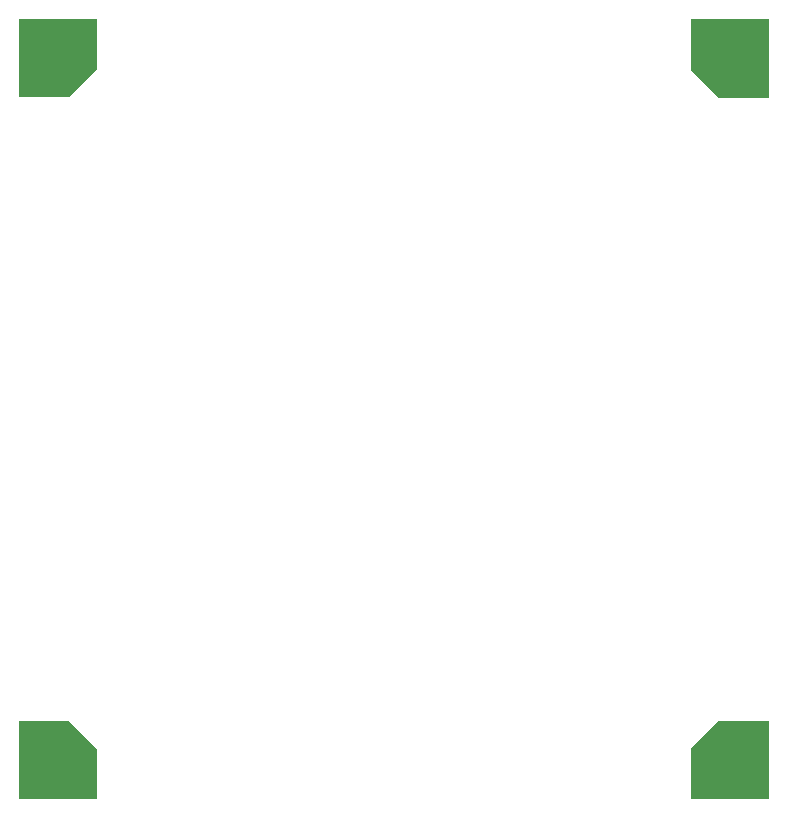
<source format=gbr>
%TF.GenerationSoftware,Altium Limited,Altium Designer,22.6.1 (34)*%
G04 Layer_Color=16711935*
%FSLAX26Y26*%
%MOIN*%
%TF.SameCoordinates,875EB05E-A6AF-4184-B243-C0806E1F30E9*%
%TF.FilePolarity,Positive*%
%TF.FileFunction,Keep-out,Top*%
%TF.Part,Single*%
G01*
G75*
G36*
Y500D02*
X260000D01*
Y169500D01*
X168000Y261500D01*
X0D01*
Y500D01*
D02*
G37*
G36*
X2500500Y0D02*
Y260000D01*
X2331500D01*
X2239500Y168000D01*
Y0D01*
X2500500D01*
D02*
G37*
G36*
X0Y2600000D02*
Y2340000D01*
X169000D01*
X261000Y2432000D01*
Y2600000D01*
X0D01*
D02*
G37*
G36*
X2500000D02*
X2240000D01*
Y2431000D01*
X2332000Y2339000D01*
X2500000D01*
Y2600000D01*
D02*
G37*
%TF.MD5,175e3f4fedb22a9617debf77439ef85e*%
M02*

</source>
